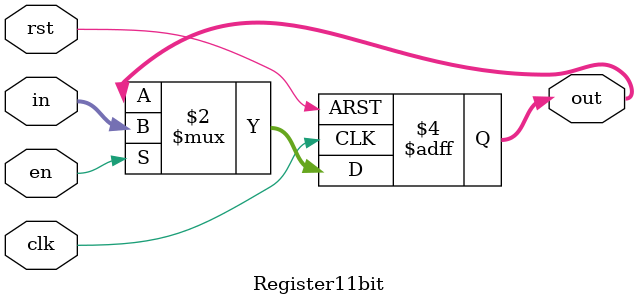
<source format=v>
module Register11bit(in, en, rst, clk, out);
    parameter N = 11;

    input [N-1:0] in;
    input en, clk, rst;

    output reg [N-1:0] out;

    always @(posedge clk or posedge rst) begin
        if (rst)
            out <= {N{1'b0}};
        else if (en)
            out <= in;
    end

endmodule

</source>
